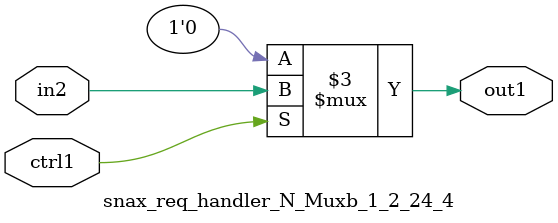
<source format=v>

`timescale 1ps / 1ps


module snax_req_handler_N_Muxb_1_2_24_4( in2, ctrl1, out1 );

    input in2;
    input ctrl1;
    output out1;
    reg out1;

    
    // rtl_process:snax_req_handler_N_Muxb_1_2_24_4/snax_req_handler_N_Muxb_1_2_24_4_thread_1
    always @*
      begin : snax_req_handler_N_Muxb_1_2_24_4_thread_1
        case (ctrl1) 
          1'b1: 
            begin
              out1 = in2;
            end
          default: 
            begin
              out1 = 1'b0;
            end
        endcase
      end

endmodule



</source>
